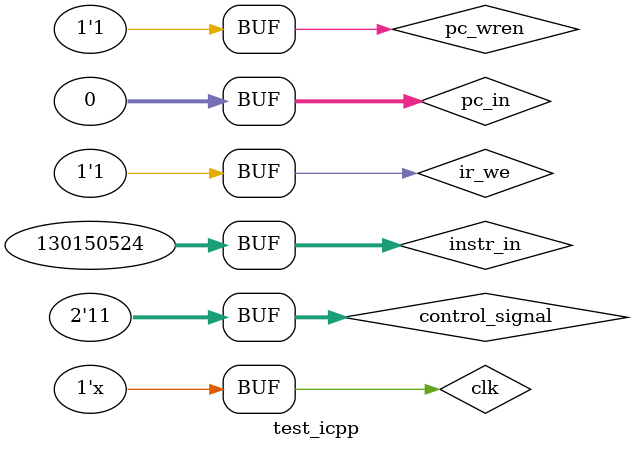
<source format=v>
module irconcatPCSrcPC(clk, ir_we, pc_wren, control_signal, pc_in, instr_in, output_word);
input clk, ir_we, pc_wren;
input[1:0] control_signal;
input[31:0] instr_in, pc_in;
output[31:0] output_word;

wire[31:0] instr_out, concat_out, A_out, ALU_res, ALU, output_pc_src;
wire[15:0] imm16;
wire[4:0] Rd, Rt, Rs;

InstructionRegister ir(clk, instr_in, instr_out, imm16, Rd, Rt, Rs, ir_we);
concat conkitty(pc_in, instr_out, concat_out);
mux_pc_src pcsrc(A_out, ALU_res, ALU, concat_out, control_signal, output_pc_src);
wordlatches_wren pc(clk, output_pc_src, output_word, pc_wren);

endmodule

module test_icpp;
reg clk, ir_we, pc_wren;
reg[1:0] control_signal;
reg[31:0] instr_in, pc_in;
wire[31:0] output_word;

irconcatPCSrcPC icpp(clk, ir_we, pc_wren, control_signal, pc_in, instr_in, output_word);

initial clk=0;
always #100 clk=!clk;

initial begin
instr_in = {5'b0,5'b11111,5'b0,5'b11111,5'b0,5'b11111,2'b0};
#10
ir_we = 1'b1;
pc_wren = 1'b1;
control_signal = 2'b11;
pc_in = 32'b0;
end
endmodule 
</source>
